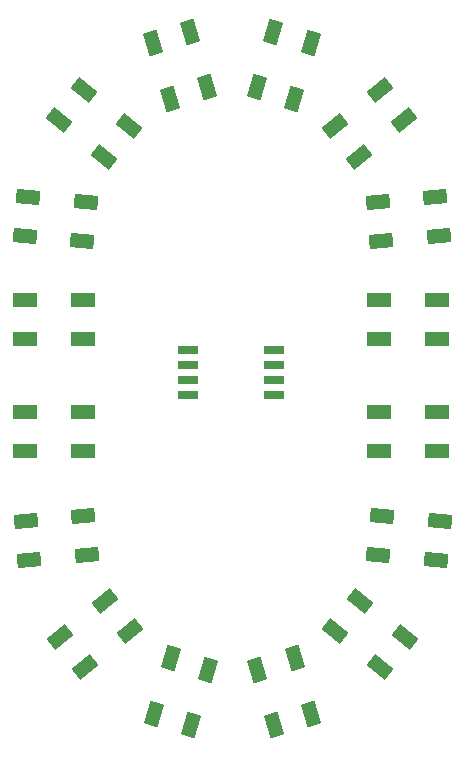
<source format=gbr>
%TF.GenerationSoftware,KiCad,Pcbnew,8.0.2*%
%TF.CreationDate,2024-06-06T14:13:48+02:00*%
%TF.ProjectId,nollbricka24,6e6f6c6c-6272-4696-936b-6132342e6b69,rev?*%
%TF.SameCoordinates,Original*%
%TF.FileFunction,Paste,Top*%
%TF.FilePolarity,Positive*%
%FSLAX46Y46*%
G04 Gerber Fmt 4.6, Leading zero omitted, Abs format (unit mm)*
G04 Created by KiCad (PCBNEW 8.0.2) date 2024-06-06 14:13:48*
%MOMM*%
%LPD*%
G01*
G04 APERTURE LIST*
G04 Aperture macros list*
%AMRotRect*
0 Rectangle, with rotation*
0 The origin of the aperture is its center*
0 $1 length*
0 $2 width*
0 $3 Rotation angle, in degrees counterclockwise*
0 Add horizontal line*
21,1,$1,$2,0,0,$3*%
G04 Aperture macros list end*
%ADD10R,1.700000X0.650000*%
%ADD11RotRect,2.000000X1.200000X5.000000*%
%ADD12RotRect,2.000000X1.200000X219.000000*%
%ADD13RotRect,2.000000X1.200000X39.000000*%
%ADD14RotRect,2.000000X1.200000X107.000000*%
%ADD15RotRect,2.000000X1.200000X355.000000*%
%ADD16R,2.000000X1.200000*%
%ADD17RotRect,2.000000X1.200000X73.000000*%
%ADD18RotRect,2.000000X1.200000X321.000000*%
%ADD19RotRect,2.000000X1.200000X253.000000*%
%ADD20RotRect,2.000000X1.200000X185.000000*%
%ADD21RotRect,2.000000X1.200000X287.000000*%
%ADD22RotRect,2.000000X1.200000X141.000000*%
%ADD23RotRect,2.000000X1.200000X175.000000*%
G04 APERTURE END LIST*
D10*
%TO.C,U1*%
X96350000Y-71595000D03*
X96350000Y-72865000D03*
X96350000Y-74135000D03*
X96350000Y-75405000D03*
X103650000Y-75405000D03*
X103650000Y-74135000D03*
X103650000Y-72865000D03*
X103650000Y-71595000D03*
%TD*%
D11*
%TO.C,D6*%
X112415516Y-59069810D03*
X112703130Y-62357253D03*
X117584484Y-61930190D03*
X117296870Y-58642747D03*
%TD*%
D12*
%TO.C,D13*%
X91399621Y-95335690D03*
X89322864Y-92771108D03*
X85514849Y-95854778D03*
X87591606Y-98419360D03*
%TD*%
D13*
%TO.C,D5*%
X108771883Y-52627075D03*
X110848640Y-55191657D03*
X114656655Y-52107987D03*
X112579898Y-49543405D03*
%TD*%
D14*
%TO.C,D3*%
X94809911Y-50288125D03*
X97965718Y-49323298D03*
X96533097Y-44637405D03*
X93377290Y-45602232D03*
%TD*%
D15*
%TO.C,D9*%
X112760475Y-85605512D03*
X112472861Y-88892955D03*
X117354215Y-89320018D03*
X117641829Y-86032575D03*
%TD*%
D16*
%TO.C,D7*%
X112550000Y-67350000D03*
X112550000Y-70650000D03*
X117450000Y-70650000D03*
X117450000Y-67350000D03*
%TD*%
D17*
%TO.C,D4*%
X102148441Y-49323298D03*
X105304248Y-50288125D03*
X106736869Y-45602232D03*
X103581062Y-44637405D03*
%TD*%
D16*
%TO.C,D16*%
X87450000Y-70650000D03*
X87450000Y-67350000D03*
X82550000Y-67350000D03*
X82550000Y-70650000D03*
%TD*%
D18*
%TO.C,D10*%
X110905985Y-92771108D03*
X108829228Y-95335690D03*
X112637243Y-98419360D03*
X114714000Y-95854778D03*
%TD*%
D19*
%TO.C,D12*%
X98023063Y-98639467D03*
X94867256Y-97674640D03*
X93434635Y-102360533D03*
X96590442Y-103325360D03*
%TD*%
D20*
%TO.C,D14*%
X87755988Y-88892955D03*
X87468374Y-85605512D03*
X82587020Y-86032575D03*
X82874634Y-89320018D03*
%TD*%
D16*
%TO.C,D8*%
X112550000Y-76850000D03*
X112550000Y-80150000D03*
X117450000Y-80150000D03*
X117450000Y-76850000D03*
%TD*%
D21*
%TO.C,D11*%
X105361593Y-97674640D03*
X102205786Y-98639467D03*
X103638407Y-103325360D03*
X106794214Y-102360533D03*
%TD*%
D16*
%TO.C,D15*%
X87450000Y-80150000D03*
X87450000Y-76850000D03*
X82550000Y-76850000D03*
X82550000Y-80150000D03*
%TD*%
D22*
%TO.C,D2*%
X89265519Y-55191657D03*
X91342276Y-52627075D03*
X87534261Y-49543405D03*
X85457504Y-52107987D03*
%TD*%
D23*
%TO.C,D1*%
X87411029Y-62357253D03*
X87698643Y-59069810D03*
X82817289Y-58642747D03*
X82529675Y-61930190D03*
%TD*%
M02*

</source>
